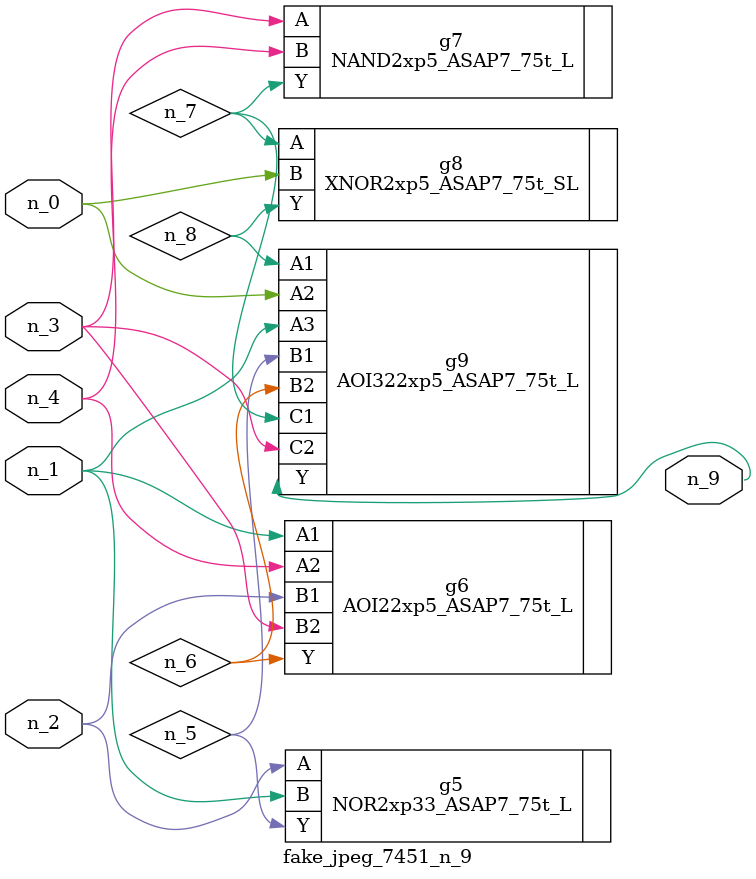
<source format=v>
module fake_jpeg_7451_n_9 (n_3, n_2, n_1, n_0, n_4, n_9);

input n_3;
input n_2;
input n_1;
input n_0;
input n_4;

output n_9;

wire n_8;
wire n_6;
wire n_5;
wire n_7;

NOR2xp33_ASAP7_75t_L g5 ( 
.A(n_2),
.B(n_1),
.Y(n_5)
);

AOI22xp5_ASAP7_75t_L g6 ( 
.A1(n_1),
.A2(n_4),
.B1(n_2),
.B2(n_3),
.Y(n_6)
);

NAND2xp5_ASAP7_75t_L g7 ( 
.A(n_3),
.B(n_4),
.Y(n_7)
);

XNOR2xp5_ASAP7_75t_SL g8 ( 
.A(n_7),
.B(n_0),
.Y(n_8)
);

AOI322xp5_ASAP7_75t_L g9 ( 
.A1(n_8),
.A2(n_0),
.A3(n_1),
.B1(n_5),
.B2(n_6),
.C1(n_7),
.C2(n_3),
.Y(n_9)
);


endmodule
</source>
